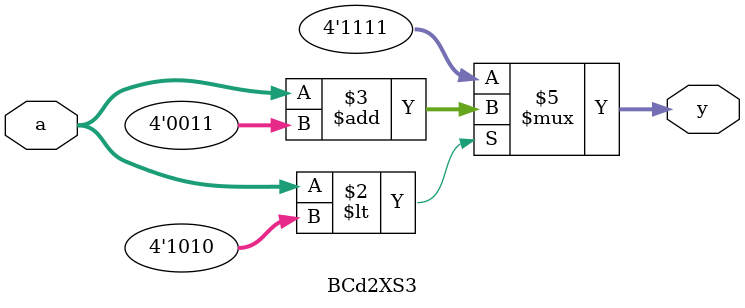
<source format=v>
module BCd2XS3(
	input [3:0] a,
	output reg [3:0] y
);

always@(*) begin
	if (a<4'b1010) begin
		y <= a + 4'b0011;
	end else begin
		y <= 4'b1111;
	end
end

endmodule

</source>
